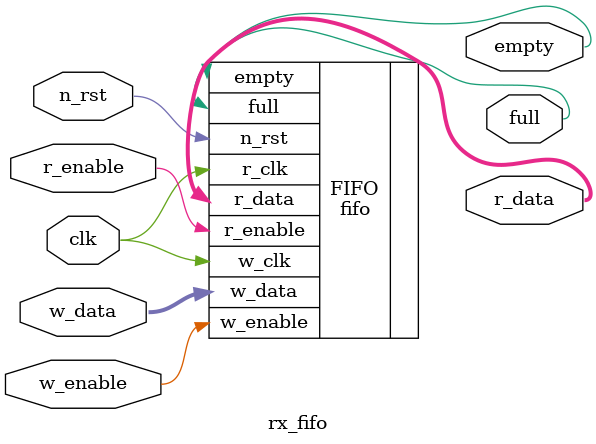
<source format=sv>

module rx_fifo(
    input wire clk,
    input wire n_rst,
    input wire r_enable,
    input wire w_enable,
    input wire [7:0] w_data,
    output wire [7:0] r_data,
    output wire empty,
    output wire full 	     
);

fifo FIFO (
    .r_clk(clk),
    .w_clk(clk),
    .n_rst(n_rst),
    .r_enable(r_enable),
    .w_enable(w_enable),
    .w_data(w_data),
    .r_data(r_data),
    .empty(empty),
    .full(full)
);
   
endmodule


</source>
